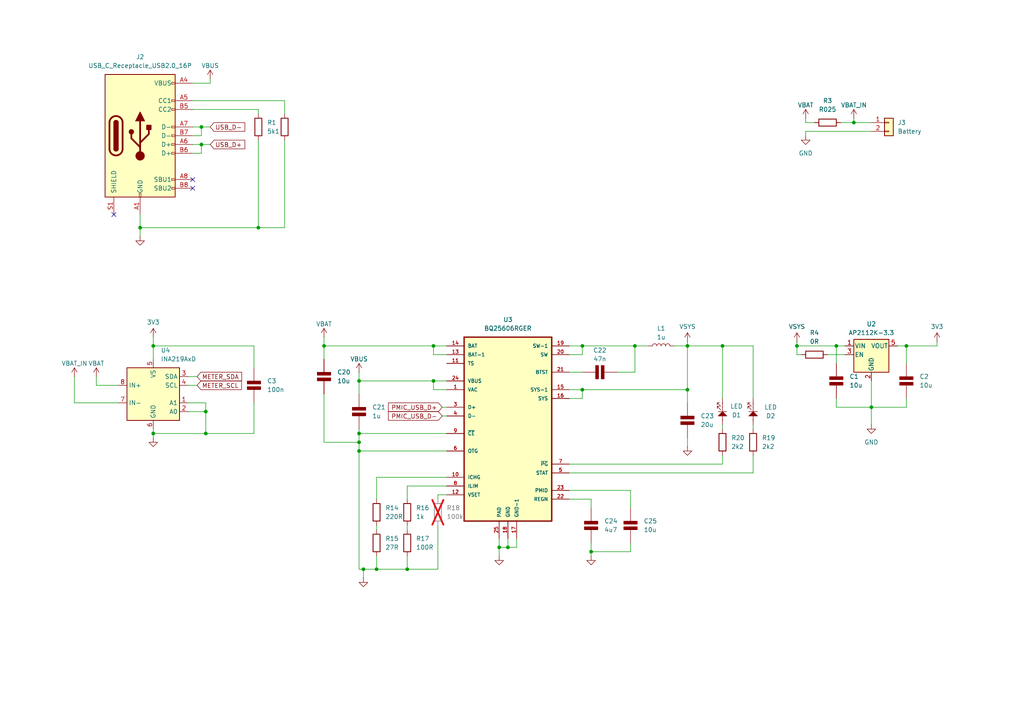
<source format=kicad_sch>
(kicad_sch (version 20231120) (generator "eeschema") (generator_version "8.0")
  (paper "A4")
  (lib_symbols
    (symbol "Connector:USB_C_Receptacle_USB2.0_16P" (pin_names (offset 1.016))
      (property "Reference" "J" (at 0 22.225 0))
      (property "Value" "USB_C_Receptacle_USB2.0_16P" (at 0 19.685 0))
      (symbol "USB_C_Receptacle_USB2.0_16P_0_0"
        (rectangle (start -0.254 -17.78) (end 0.254 -16.764))
        (rectangle (start 10.16 -14.986) (end 9.144 -15.494))
        (rectangle (start 10.16 -12.446) (end 9.144 -12.954))
        (rectangle (start 10.16 -4.826) (end 9.144 -5.334))
        (rectangle (start 10.16 -2.286) (end 9.144 -2.794))
        (rectangle (start 10.16 0.254) (end 9.144 -0.254))
        (rectangle (start 10.16 2.794) (end 9.144 2.286))
        (rectangle (start 10.16 7.874) (end 9.144 7.366))
        (rectangle (start 10.16 10.414) (end 9.144 9.906))
        (rectangle (start 10.16 15.494) (end 9.144 14.986))
      )
      (symbol "USB_C_Receptacle_USB2.0_16P_0_1"
        (rectangle (start -10.16 17.78) (end 10.16 -17.78) (stroke (width 0.254)) (fill (type background)))
        (arc (start -8.89 -3.81) (mid -6.985 -5.7067) (end -5.08 -3.81) (stroke (width 0.508)))
        (arc (start -7.62 -3.81) (mid -6.985 -4.4423) (end -6.35 -3.81) (stroke (width 0.254)))
        (arc (start -7.62 -3.81) (mid -6.985 -4.4423) (end -6.35 -3.81) (stroke (width 0.254)) (fill (type outline)))
        (rectangle (start -7.62 -3.81) (end -6.35 3.81) (stroke (width 0.254)) (fill (type outline)))
        (arc (start -6.35 3.81) (mid -6.985 4.4423) (end -7.62 3.81) (stroke (width 0.254)))
        (arc (start -6.35 3.81) (mid -6.985 4.4423) (end -7.62 3.81) (stroke (width 0.254)) (fill (type outline)))
        (arc (start -5.08 3.81) (mid -6.985 5.7067) (end -8.89 3.81) (stroke (width 0.508)))
        (circle (center -2.54 1.143) (radius 0.635) (stroke (width 0.254)) (fill (type outline)))
        (circle (center 0 -5.842) (radius 1.27) (fill (type outline)))
        (polyline (pts (xy -8.89 -3.81) (xy -8.89 3.81)) (stroke (width 0.508)))
        (polyline (pts (xy -5.08 3.81) (xy -5.08 -3.81)) (stroke (width 0.508)))
        (polyline (pts (xy 0 -5.842) (xy 0 4.318)) (stroke (width 0.508)))
        (polyline (pts (xy 0 -3.302) (xy -2.54 -0.762) (xy -2.54 0.508)) (stroke (width 0.508)))
        (polyline (pts (xy 0 -2.032) (xy 2.54 0.508) (xy 2.54 1.778)) (stroke (width 0.508)))
        (polyline (pts (xy -1.27 4.318) (xy 0 6.858) (xy 1.27 4.318) (xy -1.27 4.318)) (stroke (width 0.254)) (fill (type outline)))
        (rectangle (start 1.905 1.778) (end 3.175 3.048) (stroke (width 0.254)) (fill (type outline)))
      )
      (symbol "USB_C_Receptacle_USB2.0_16P_1_1"
        (pin passive line (at 0 -22.86 90) (length 5.08) (name "GND") (number "A1"))
        (pin passive line (at 0 -22.86 90) (length 5.08) hide (name "GND") (number "A12"))
        (pin passive line (at 15.24 15.24 180) (length 5.08) (name "VBUS") (number "A4"))
        (pin bidirectional line (at 15.24 10.16 180) (length 5.08) (name "CC1") (number "A5"))
        (pin bidirectional line (at 15.24 -2.54 180) (length 5.08) (name "D+") (number "A6"))
        (pin bidirectional line (at 15.24 2.54 180) (length 5.08) (name "D-") (number "A7"))
        (pin bidirectional line (at 15.24 -12.7 180) (length 5.08) (name "SBU1") (number "A8"))
        (pin passive line (at 15.24 15.24 180) (length 5.08) hide (name "VBUS") (number "A9"))
        (pin passive line (at 0 -22.86 90) (length 5.08) hide (name "GND") (number "B1"))
        (pin passive line (at 0 -22.86 90) (length 5.08) hide (name "GND") (number "B12"))
        (pin passive line (at 15.24 15.24 180) (length 5.08) hide (name "VBUS") (number "B4"))
        (pin bidirectional line (at 15.24 7.62 180) (length 5.08) (name "CC2") (number "B5"))
        (pin bidirectional line (at 15.24 -5.08 180) (length 5.08) (name "D+") (number "B6"))
        (pin bidirectional line (at 15.24 0 180) (length 5.08) (name "D-") (number "B7"))
        (pin bidirectional line (at 15.24 -15.24 180) (length 5.08) (name "SBU2") (number "B8"))
        (pin passive line (at 15.24 15.24 180) (length 5.08) hide (name "VBUS") (number "B9"))
        (pin passive line (at -7.62 -22.86 90) (length 5.08) (name "SHIELD") (number "S1"))
      )
    )
    (symbol "Connector_Generic:Conn_01x02" (pin_names (offset 1.016) hide)
      (property "Reference" "J" (at 0 2.54 0))
      (property "Value" "Conn_01x02" (at 0 -5.08 0))
      (symbol "Conn_01x02_1_1"
        (rectangle (start -1.27 -2.413) (end 0 -2.667) (stroke (width 0.1524)))
        (rectangle (start -1.27 0.127) (end 0 -0.127) (stroke (width 0.1524)))
        (rectangle (start -1.27 1.27) (end 1.27 -3.81) (stroke (width 0.254)) (fill (type background)))
        (pin passive line (at -5.08 0 0) (length 3.81) (name "Pin_1") (number "1"))
        (pin passive line (at -5.08 -2.54 0) (length 3.81) (name "Pin_2") (number "2"))
      )
    )
    (symbol "Device:L" (pin_numbers hide) (pin_names (offset 1.016) hide)
      (property "Reference" "L" (at -1.27 0 90))
      (property "Value" "L" (at 1.905 0 90))
      (symbol "L_0_1"
        (arc (start 0 -2.54) (mid 0.6323 -1.905) (end 0 -1.27))
        (arc (start 0 -1.27) (mid 0.6323 -0.635) (end 0 0))
        (arc (start 0 0) (mid 0.6323 0.635) (end 0 1.27))
        (arc (start 0 1.27) (mid 0.6323 1.905) (end 0 2.54))
      )
      (symbol "L_1_1"
        (pin passive line (at 0 3.81 270) (length 1.27) (name "1") (number "1"))
        (pin passive line (at 0 -3.81 90) (length 1.27) (name "2") (number "2"))
      )
    )
    (symbol "Device:R" (pin_numbers hide) (pin_names (offset 0))
      (property "Reference" "R" (at 2.032 0 90))
      (property "Value" "R" (at 0 0 90))
      (symbol "R_0_1"
        (rectangle (start -1.016 -2.54) (end 1.016 2.54) (stroke (width 0.254)))
      )
      (symbol "R_1_1"
        (pin passive line (at 0 3.81 270) (length 1.27) (name "~") (number "1"))
        (pin passive line (at 0 -3.81 90) (length 1.27) (name "~") (number "2"))
      )
    )
    (symbol "Library:BQ25606RGER" (pin_names (offset 1.016))
      (property "Reference" "U" (at -12.7 56.88 0))
      (property "Value" "BQ25606RGER" (at -12.7 -59.88 0))
      (symbol "BQ25606RGER_0_0"
        (rectangle (start -12.7 55.88) (end 12.7 2.54) (stroke (width 0.41)) (fill (type background)))
        (pin bidirectional line (at -17.78 40.64 0) (length 5.08) (name "VAC") (number "1"))
        (pin bidirectional line (at -17.78 15.24 0) (length 5.08) (name "ICHG") (number "10"))
        (pin bidirectional line (at -17.78 48.26 0) (length 5.08) (name "TS") (number "11"))
        (pin bidirectional line (at -17.78 10.16 0) (length 5.08) (name "VSET") (number "12"))
        (pin bidirectional line (at -17.78 50.8 0) (length 5.08) (name "BAT-1") (number "13"))
        (pin bidirectional line (at -17.78 53.34 0) (length 5.08) (name "BAT") (number "14"))
        (pin bidirectional line (at 17.78 40.64 180) (length 5.08) (name "SYS-1") (number "15"))
        (pin bidirectional line (at 17.78 38.1 180) (length 5.08) (name "SYS") (number "16"))
        (pin power_in line (at 2.54 -2.54 90) (length 5.08) (name "GND-1") (number "17"))
        (pin power_in line (at 0 -2.54 90) (length 5.08) (name "GND") (number "18"))
        (pin bidirectional line (at 17.78 53.34 180) (length 5.08) (name "SW-1") (number "19"))
        (pin bidirectional line (at 17.78 50.8 180) (length 5.08) (name "SW") (number "20"))
        (pin bidirectional line (at 17.78 45.72 180) (length 5.08) (name "BTST") (number "21"))
        (pin bidirectional line (at 17.78 8.89 180) (length 5.08) (name "REGN") (number "22"))
        (pin bidirectional line (at 17.78 11.43 180) (length 5.08) (name "PMID") (number "23"))
        (pin bidirectional line (at -17.78 43.18 0) (length 5.08) (name "VBUS") (number "24"))
        (pin bidirectional line (at -17.78 35.56 0) (length 5.08) (name "D+") (number "3"))
        (pin bidirectional line (at -17.78 33.02 0) (length 5.08) (name "D-") (number "4"))
        (pin bidirectional line (at 17.78 16.51 180) (length 5.08) (name "STAT") (number "5"))
        (pin bidirectional line (at -17.78 22.86 0) (length 5.08) (name "OTG") (number "6"))
        (pin bidirectional line (at 17.78 19.05 180) (length 5.08) (name "~{PG}") (number "7"))
        (pin bidirectional line (at -17.78 12.7 0) (length 5.08) (name "ILIM") (number "8"))
        (pin bidirectional line (at -17.78 27.94 0) (length 5.08) (name "~{CE}") (number "9"))
      )
      (symbol "BQ25606RGER_1_0"
        (pin power_in line (at -2.54 -2.54 90) (length 5.08) (name "PAD") (number "25"))
      )
    )
    (symbol "PCM_Elektuur:C" (pin_numbers hide) (pin_names (offset 0) hide)
      (property "Reference" "C" (at 0.635 3.175 0))
      (property "Value" "C" (at 0.635 -3.175 0))
      (symbol "C_1_1"
        (rectangle (start -1.905 -0.4318) (end 1.905 -1.1938) (stroke (width 0.254)) (fill (type outline)))
        (rectangle (start -1.905 1.1938) (end 1.905 0.4318) (stroke (width 0.254)) (fill (type outline)))
        (pin passive line (at 0 5.08 270) (length 3.8862) (name "+") (number "1"))
        (pin passive line (at 0 -5.08 90) (length 3.8862) (name "-") (number "2"))
      )
      (symbol "C_1_2"
        (polyline (pts (xy -1.905 -1.4986) (xy 1.905 -1.4986) (xy 1.905 -0.4318) (xy -1.905 -0.4318) (xy -1.905 -1.4986) (xy -1.8034 -1.397) (xy -1.8034 -0.5334) (xy 1.8034 -0.5334) (xy 1.8034 -1.397) (xy -1.8034 -1.397) (xy -1.905 -1.4986)) (stroke (width 0.254)) (fill (type outline)))
        (polyline (pts (xy -1.905 0.4318) (xy 1.905 0.4318) (xy 1.905 1.4986) (xy -1.905 1.4986) (xy -1.905 0.4318) (xy -1.8034 0.5334) (xy -1.8034 1.397) (xy 1.8034 1.397) (xy 1.8034 0.5334) (xy -1.8034 0.5334) (xy -1.905 0.4318)) (stroke (width 0.254)) (fill (type outline)))
        (pin passive line (at 0 5.08 270) (length 3.5814) (name "+") (number "1"))
        (pin passive line (at 0 -5.08 90) (length 3.5814) (name "-") (number "2"))
      )
    )
    (symbol "PCM_SL_Devices:LED"
      (property "Reference" "D" (at -0.508 5.334 0))
      (property "Value" "LED" (at -0.508 2.794 0))
      (symbol "LED_0_1"
        (polyline (pts (xy -1.27 0) (xy -2.54 0)))
        (polyline (pts (xy 0 1.27) (xy 0 -1.27)))
        (polyline (pts (xy 0.508 0.508) (xy 1.524 1.524)))
        (polyline (pts (xy 1.27 0) (xy 2.54 0)))
        (polyline (pts (xy 1.524 0.508) (xy 2.54 1.524)))
        (polyline (pts (xy 1.524 1.524) (xy 0.889 1.524)))
        (polyline (pts (xy 1.524 1.524) (xy 1.524 0.889)))
        (polyline (pts (xy 2.54 1.524) (xy 1.905 1.524)))
        (polyline (pts (xy 2.54 1.524) (xy 2.54 0.889)))
        (polyline (pts (xy 0 0) (xy -1.27 -1.27) (xy -1.27 1.27) (xy 0 0) (xy 1.27 0)) (fill (type outline)))
      )
      (symbol "LED_1_1"
        (pin passive line (at 3.81 0 180) (length 1.5) (name "~") (number "1"))
        (pin passive line (at -3.81 0 0) (length 1.5) (name "") (number "2"))
      )
    )
    (symbol "Regulator_Linear:AP2112K-3.3" (pin_names (offset 0.254))
      (property "Reference" "U" (at -5.08 5.715 0))
      (property "Value" "AP2112K-3.3" (at 0 5.715 0))
      (symbol "AP2112K-3.3_0_1"
        (rectangle (start -5.08 4.445) (end 5.08 -5.08) (stroke (width 0.254)) (fill (type background)))
      )
      (symbol "AP2112K-3.3_1_1"
        (pin power_in line (at -7.62 2.54 0) (length 2.54) (name "VIN") (number "1"))
        (pin power_in line (at 0 -7.62 90) (length 2.54) (name "GND") (number "2"))
        (pin input line (at -7.62 0 0) (length 2.54) (name "EN") (number "3"))
        (pin no_connect line (at 5.08 0 180) (length 2.54) hide (name "NC") (number "4"))
        (pin power_out line (at 7.62 2.54 180) (length 2.54) (name "VOUT") (number "5"))
      )
    )
    (symbol "Sensor_Energy:INA219AxD"
      (property "Reference" "U" (at -6.35 8.89 0))
      (property "Value" "INA219AxD" (at 5.08 8.89 0))
      (symbol "INA219AxD_0_1"
        (rectangle (start -7.62 7.62) (end 7.62 -7.62) (stroke (width 0.254)) (fill (type background)))
      )
      (symbol "INA219AxD_1_1"
        (pin input line (at 10.16 -2.54 180) (length 2.54) (name "A1") (number "1"))
        (pin input line (at 10.16 -5.08 180) (length 2.54) (name "A0") (number "2"))
        (pin bidirectional line (at 10.16 5.08 180) (length 2.54) (name "SDA") (number "3"))
        (pin input line (at 10.16 2.54 180) (length 2.54) (name "SCL") (number "4"))
        (pin power_in line (at 0 10.16 270) (length 2.54) (name "VS") (number "5"))
        (pin power_in line (at 0 -10.16 90) (length 2.54) (name "GND") (number "6"))
        (pin input line (at -10.16 -2.54 0) (length 2.54) (name "IN-") (number "7"))
        (pin input line (at -10.16 2.54 0) (length 2.54) (name "IN+") (number "8"))
      )
    )
    (symbol "power:GND" (power) (pin_numbers hide) (pin_names (offset 0) hide)
      (property "Value" "GND" (at 0 -3.81 0))
      (symbol "GND_0_1"
        (polyline (pts (xy 0 0) (xy 0 -1.27) (xy 1.27 -1.27) (xy 0 -2.54) (xy -1.27 -1.27) (xy 0 -1.27)))
      )
      (symbol "GND_1_1"
        (pin power_in line (at 0 0 270) (length 0) (name "~") (number "1"))
      )
    )
    (symbol "power:VCC" (power) (pin_numbers hide) (pin_names (offset 0) hide)
      (property "Value" "VCC" (at 0 3.556 0))
      (symbol "VCC_0_1"
        (polyline (pts (xy -0.762 1.27) (xy 0 2.54)))
        (polyline (pts (xy 0 0) (xy 0 2.54)))
        (polyline (pts (xy 0 2.54) (xy 0.762 1.27)))
      )
      (symbol "VCC_1_1"
        (pin power_in line (at 0 0 90) (length 0) (name "~") (number "1"))
      )
    )
  )
  (junction (at 147.32 158.75))
  (junction (at 199.39 113.03))
  (junction (at 242.57 100.33))
  (junction (at 168.91 113.03))
  (junction (at 104.14 125.73))
  (junction (at 184.15 100.33))
  (junction (at 59.69 119.38))
  (junction (at 104.14 130.81))
  (junction (at 40.64 66.04))
  (junction (at 74.93 66.04))
  (junction (at 104.14 128.27))
  (junction (at 125.73 100.33))
  (junction (at 44.45 125.73))
  (junction (at 58.42 41.91))
  (junction (at 199.39 100.33))
  (junction (at 209.55 100.33))
  (junction (at 252.73 118.11))
  (junction (at 171.45 160.02))
  (junction (at 104.14 110.49))
  (junction (at 125.73 110.49))
  (junction (at 231.14 100.33))
  (junction (at 44.45 100.33))
  (junction (at 118.11 165.1))
  (junction (at 105.41 165.1))
  (junction (at 59.69 125.73))
  (junction (at 58.42 36.83))
  (junction (at 168.91 100.33))
  (junction (at 144.78 158.75))
  (junction (at 262.89 100.33))
  (junction (at 93.98 100.33))
  (junction (at 247.65 35.56))
  (junction (at 109.22 165.1))
  (no_connect (at 55.88 54.61))
  (no_connect (at 33.02 62.23))
  (no_connect (at 55.88 52.07))
  (wire (pts (xy 129.54 110.49) (xy 125.73 110.49)))
  (wire (pts (xy 40.64 66.04) (xy 40.64 62.23)))
  (wire (pts (xy 168.91 113.03) (xy 199.39 113.03)))
  (wire (pts (xy 218.44 137.16) (xy 218.44 132.08)))
  (wire (pts (xy 58.42 44.45) (xy 58.42 41.91)))
  (wire (pts (xy 73.66 100.33) (xy 73.66 106.68)))
  (wire (pts (xy 171.45 157.48) (xy 171.45 160.02)))
  (wire (pts (xy 127 143.51) (xy 127 144.78)))
  (wire (pts (xy 54.61 111.76) (xy 57.15 111.76)))
  (wire (pts (xy 82.55 40.64) (xy 82.55 66.04)))
  (wire (pts (xy 93.98 97.79) (xy 93.98 100.33)))
  (wire (pts (xy 73.66 125.73) (xy 73.66 116.84)))
  (wire (pts (xy 55.88 36.83) (xy 58.42 36.83)))
  (wire (pts (xy 147.32 158.75) (xy 147.32 156.21)))
  (wire (pts (xy 247.65 34.29) (xy 247.65 35.56)))
  (wire (pts (xy 129.54 138.43) (xy 109.22 138.43)))
  (wire (pts (xy 118.11 152.4) (xy 118.11 153.67)))
  (wire (pts (xy 128.27 118.11) (xy 129.54 118.11)))
  (wire (pts (xy 252.73 118.11) (xy 262.89 118.11)))
  (wire (pts (xy 165.1 134.62) (xy 209.55 134.62)))
  (wire (pts (xy 184.15 107.95) (xy 184.15 100.33)))
  (wire (pts (xy 262.89 100.33) (xy 262.89 105.41)))
  (wire (pts (xy 144.78 156.21) (xy 144.78 158.75)))
  (wire (pts (xy 144.78 158.75) (xy 144.78 161.29)))
  (wire (pts (xy 231.14 102.87) (xy 232.41 102.87)))
  (wire (pts (xy 93.98 100.33) (xy 125.73 100.33)))
  (wire (pts (xy 104.14 165.1) (xy 105.41 165.1)))
  (wire (pts (xy 40.64 66.04) (xy 40.64 68.58)))
  (wire (pts (xy 242.57 100.33) (xy 245.11 100.33)))
  (wire (pts (xy 109.22 165.1) (xy 118.11 165.1)))
  (wire (pts (xy 109.22 161.29) (xy 109.22 165.1)))
  (wire (pts (xy 105.41 165.1) (xy 105.41 167.64)))
  (wire (pts (xy 233.68 39.37) (xy 233.68 38.1)))
  (wire (pts (xy 55.88 31.75) (xy 74.93 31.75)))
  (wire (pts (xy 60.96 24.13) (xy 55.88 24.13)))
  (wire (pts (xy 165.1 102.87) (xy 168.91 102.87)))
  (wire (pts (xy 147.32 158.75) (xy 149.86 158.75)))
  (wire (pts (xy 44.45 125.73) (xy 59.69 125.73)))
  (wire (pts (xy 209.55 134.62) (xy 209.55 132.08)))
  (wire (pts (xy 55.88 41.91) (xy 58.42 41.91)))
  (wire (pts (xy 74.93 40.64) (xy 74.93 66.04)))
  (wire (pts (xy 165.1 142.24) (xy 182.88 142.24)))
  (wire (pts (xy 109.22 138.43) (xy 109.22 144.78)))
  (wire (pts (xy 182.88 142.24) (xy 182.88 147.32)))
  (wire (pts (xy 129.54 143.51) (xy 127 143.51)))
  (wire (pts (xy 125.73 100.33) (xy 129.54 100.33)))
  (wire (pts (xy 165.1 115.57) (xy 168.91 115.57)))
  (wire (pts (xy 252.73 110.49) (xy 252.73 118.11)))
  (wire (pts (xy 168.91 100.33) (xy 184.15 100.33)))
  (wire (pts (xy 233.68 38.1) (xy 252.73 38.1)))
  (wire (pts (xy 104.14 110.49) (xy 125.73 110.49)))
  (wire (pts (xy 262.89 118.11) (xy 262.89 115.57)))
  (wire (pts (xy 179.07 107.95) (xy 184.15 107.95)))
  (wire (pts (xy 44.45 100.33) (xy 44.45 104.14)))
  (wire (pts (xy 109.22 152.4) (xy 109.22 153.67)))
  (wire (pts (xy 243.84 35.56) (xy 247.65 35.56)))
  (wire (pts (xy 59.69 119.38) (xy 54.61 119.38)))
  (wire (pts (xy 171.45 147.32) (xy 171.45 144.78)))
  (wire (pts (xy 128.27 120.65) (xy 129.54 120.65)))
  (wire (pts (xy 209.55 123.19) (xy 209.55 124.46)))
  (wire (pts (xy 271.78 99.06) (xy 271.78 100.33)))
  (wire (pts (xy 104.14 110.49) (xy 104.14 114.3)))
  (wire (pts (xy 104.14 128.27) (xy 104.14 130.81)))
  (wire (pts (xy 27.94 111.76) (xy 34.29 111.76)))
  (wire (pts (xy 165.1 113.03) (xy 168.91 113.03)))
  (wire (pts (xy 184.15 100.33) (xy 187.96 100.33)))
  (wire (pts (xy 54.61 109.22) (xy 57.15 109.22)))
  (wire (pts (xy 118.11 144.78) (xy 118.11 140.97)))
  (wire (pts (xy 171.45 160.02) (xy 171.45 161.29)))
  (wire (pts (xy 27.94 109.22) (xy 27.94 111.76)))
  (wire (pts (xy 104.14 130.81) (xy 104.14 165.1)))
  (wire (pts (xy 125.73 113.03) (xy 125.73 110.49)))
  (wire (pts (xy 21.59 116.84) (xy 21.59 109.22)))
  (wire (pts (xy 199.39 100.33) (xy 209.55 100.33)))
  (wire (pts (xy 44.45 100.33) (xy 73.66 100.33)))
  (wire (pts (xy 199.39 113.03) (xy 199.39 116.84)))
  (wire (pts (xy 199.39 113.03) (xy 199.39 100.33)))
  (wire (pts (xy 129.54 102.87) (xy 125.73 102.87)))
  (wire (pts (xy 271.78 100.33) (xy 262.89 100.33)))
  (wire (pts (xy 168.91 115.57) (xy 168.91 113.03)))
  (wire (pts (xy 40.64 66.04) (xy 74.93 66.04)))
  (wire (pts (xy 93.98 100.33) (xy 93.98 104.14)))
  (wire (pts (xy 104.14 130.81) (xy 129.54 130.81)))
  (wire (pts (xy 93.98 114.3) (xy 93.98 128.27)))
  (wire (pts (xy 144.78 158.75) (xy 147.32 158.75)))
  (wire (pts (xy 165.1 100.33) (xy 168.91 100.33)))
  (wire (pts (xy 58.42 36.83) (xy 58.42 39.37)))
  (wire (pts (xy 233.68 34.29) (xy 233.68 35.56)))
  (wire (pts (xy 209.55 100.33) (xy 209.55 115.57)))
  (wire (pts (xy 195.58 100.33) (xy 199.39 100.33)))
  (wire (pts (xy 55.88 29.21) (xy 82.55 29.21)))
  (wire (pts (xy 44.45 125.73) (xy 44.45 127)))
  (wire (pts (xy 129.54 113.03) (xy 125.73 113.03)))
  (wire (pts (xy 171.45 144.78) (xy 165.1 144.78)))
  (wire (pts (xy 59.69 125.73) (xy 59.69 119.38)))
  (wire (pts (xy 171.45 160.02) (xy 182.88 160.02)))
  (wire (pts (xy 82.55 29.21) (xy 82.55 33.02)))
  (wire (pts (xy 127 152.4) (xy 127 165.1)))
  (wire (pts (xy 231.14 100.33) (xy 242.57 100.33)))
  (wire (pts (xy 34.29 116.84) (xy 21.59 116.84)))
  (wire (pts (xy 44.45 124.46) (xy 44.45 125.73)))
  (wire (pts (xy 58.42 36.83) (xy 60.96 36.83)))
  (wire (pts (xy 218.44 100.33) (xy 218.44 115.57)))
  (wire (pts (xy 231.14 100.33) (xy 231.14 102.87)))
  (wire (pts (xy 252.73 118.11) (xy 252.73 123.19)))
  (wire (pts (xy 104.14 125.73) (xy 129.54 125.73)))
  (wire (pts (xy 58.42 41.91) (xy 60.96 41.91)))
  (wire (pts (xy 60.96 22.86) (xy 60.96 24.13)))
  (wire (pts (xy 118.11 165.1) (xy 118.11 161.29)))
  (wire (pts (xy 240.03 102.87) (xy 245.11 102.87)))
  (wire (pts (xy 209.55 100.33) (xy 218.44 100.33)))
  (wire (pts (xy 182.88 160.02) (xy 182.88 157.48)))
  (wire (pts (xy 55.88 44.45) (xy 58.42 44.45)))
  (wire (pts (xy 93.98 128.27) (xy 104.14 128.27)))
  (wire (pts (xy 127 165.1) (xy 118.11 165.1)))
  (wire (pts (xy 247.65 35.56) (xy 252.73 35.56)))
  (wire (pts (xy 168.91 102.87) (xy 168.91 100.33)))
  (wire (pts (xy 199.39 127) (xy 199.39 129.54)))
  (wire (pts (xy 260.35 100.33) (xy 262.89 100.33)))
  (wire (pts (xy 74.93 66.04) (xy 82.55 66.04)))
  (wire (pts (xy 104.14 128.27) (xy 104.14 125.73)))
  (wire (pts (xy 58.42 39.37) (xy 55.88 39.37)))
  (wire (pts (xy 54.61 116.84) (xy 59.69 116.84)))
  (wire (pts (xy 218.44 123.19) (xy 218.44 124.46)))
  (wire (pts (xy 104.14 107.95) (xy 104.14 110.49)))
  (wire (pts (xy 233.68 35.56) (xy 236.22 35.56)))
  (wire (pts (xy 59.69 125.73) (xy 73.66 125.73)))
  (wire (pts (xy 149.86 158.75) (xy 149.86 156.21)))
  (wire (pts (xy 199.39 99.06) (xy 199.39 100.33)))
  (wire (pts (xy 74.93 31.75) (xy 74.93 33.02)))
  (wire (pts (xy 59.69 116.84) (xy 59.69 119.38)))
  (wire (pts (xy 231.14 99.06) (xy 231.14 100.33)))
  (wire (pts (xy 242.57 118.11) (xy 252.73 118.11)))
  (wire (pts (xy 118.11 140.97) (xy 129.54 140.97)))
  (wire (pts (xy 105.41 165.1) (xy 109.22 165.1)))
  (wire (pts (xy 104.14 124.46) (xy 104.14 125.73)))
  (wire (pts (xy 242.57 100.33) (xy 242.57 105.41)))
  (wire (pts (xy 165.1 137.16) (xy 218.44 137.16)))
  (wire (pts (xy 242.57 115.57) (xy 242.57 118.11)))
  (wire (pts (xy 125.73 102.87) (xy 125.73 100.33)))
  (wire (pts (xy 44.45 97.79) (xy 44.45 100.33)))
  (wire (pts (xy 165.1 107.95) (xy 168.91 107.95)))
  (global_label "METER_SCL" (shape input) (at 57.15 111.76 0) (property "Intersheetrefs" "${INTERSHEET_REFS}" (effects (hide yes))))
  (global_label "PMIC_USB_D+" (shape input) (at 128.27 118.11 180) (property "Intersheetrefs" "${INTERSHEET_REFS}" (effects (hide yes))))
  (global_label "PMIC_USB_D-" (shape input) (at 128.27 120.65 180) (property "Intersheetrefs" "${INTERSHEET_REFS}" (effects (hide yes))))
  (global_label "USB_D+" (shape input) (at 60.96 41.91 0) (property "Intersheetrefs" "${INTERSHEET_REFS}" (effects (hide yes))))
  (global_label "METER_SDA" (shape input) (at 57.15 109.22 0) (property "Intersheetrefs" "${INTERSHEET_REFS}" (effects (hide yes))))
  (global_label "USB_D-" (shape input) (at 60.96 36.83 0) (property "Intersheetrefs" "${INTERSHEET_REFS}" (effects (hide yes))))
  (symbol (lib_id "PCM_SL_Devices:LED") (at 209.55 119.38 90) (unit 1)
    (property "Reference" "D1" (at 213.614 120.396 90))
    (property "Value" "LED" (at 213.614 117.856 90))
    (property "Footprint" "LED_SMD:LED_0603_1608Metric" (effects (hide yes)))
    (property "Description" "Common 5mm diameter LED" (effects (hide yes)))
  )
  (symbol (lib_id "power:GND") (at 44.45 127 0) (unit 1)
    (property "Reference" "#PWR013" (effects (hide yes)))
    (property "Value" "GND" (effects (hide yes)))
    (property "Description" "Power symbol creates a global label with name \"GND\" , ground" (effects (hide yes)))
  )
  (symbol (lib_id "power:GND") (at 199.39 129.54 0) (unit 1)
    (property "Reference" "#PWR037" (effects (hide yes)))
    (property "Value" "GND" (effects (hide yes)))
    (property "Description" "Power symbol creates a global label with name \"GND\" , ground" (effects (hide yes)))
  )
  (symbol (lib_id "power:GND") (at 105.41 167.64 0) (unit 1)
    (property "Reference" "#PWR039" (effects (hide yes)))
    (property "Value" "GND" (effects (hide yes)))
    (property "Description" "Power symbol creates a global label with name \"GND\" , ground" (effects (hide yes)))
  )
  (symbol (lib_id "PCM_Elektuur:C") (at 262.89 110.49 0) (unit 1)
    (property "Reference" "C2" (at 266.7 109.2199 0) (effects (justify left)))
    (property "Value" "10u" (at 266.7 111.7599 0) (effects (justify left)))
    (property "Footprint" "Capacitor_SMD:C_1206_3216Metric" (effects (hide yes)))
    (property "Description" "capacitor, non-polarized/bipolar" (effects (hide yes)))
    (property "Indicator" "+" (effects (hide yes)))
    (property "Rating" "V" (effects (hide yes)))
  )
  (symbol (lib_id "power:VCC") (at 27.94 109.22 0) (unit 1)
    (property "Reference" "#PWR08" (effects (hide yes)))
    (property "Value" "VBAT" (at 27.94 105.41 0))
    (property "Description" "Power symbol creates a global label with name \"VCC\"" (effects (hide yes)))
  )
  (symbol (lib_id "Regulator_Linear:AP2112K-3.3") (at 252.73 102.87 0) (unit 1)
    (property "Reference" "U2" (at 252.73 93.98 0))
    (property "Value" "AP2112K-3.3" (at 252.73 96.52 0))
    (property "Footprint" "Package_TO_SOT_SMD:SOT-23-5" (effects (hide yes)))
    (property "Datasheet" "https://www.diodes.com/assets/Datasheets/AP2112.pdf" (effects (hide yes)))
    (property "Description" "600mA low dropout linear regulator, with enable pin, 3.8V-6V input voltage range, 3.3V fixed positive output, SOT-23-5" (effects (hide yes)))
  )
  (symbol (lib_id "power:GND") (at 40.64 68.58 0) (unit 1)
    (property "Reference" "#PWR04" (effects (hide yes)))
    (property "Value" "GND" (effects (hide yes)))
    (property "Description" "Power symbol creates a global label with name \"GND\" , ground" (effects (hide yes)))
  )
  (symbol (lib_id "power:GND") (at 144.78 161.29 0) (unit 1)
    (property "Reference" "#PWR03" (effects (hide yes)))
    (property "Value" "GND" (effects (hide yes)))
    (property "Description" "Power symbol creates a global label with name \"GND\" , ground" (effects (hide yes)))
  )
  (symbol (lib_id "power:VCC") (at 231.14 99.06 0) (unit 1)
    (property "Reference" "#PWR010" (effects (hide yes)))
    (property "Value" "VSYS" (at 231.14 94.742 0))
    (property "Description" "Power symbol creates a global label with name \"VCC\"" (effects (hide yes)))
  )
  (symbol (lib_id "PCM_Elektuur:C") (at 199.39 121.92 180) (unit 1)
    (property "Reference" "C23" (at 203.2 120.6499 0) (effects (justify right)))
    (property "Value" "20u" (at 203.2 123.1899 0) (effects (justify right)))
    (property "Footprint" "Capacitor_SMD:C_1206_3216Metric" (effects (hide yes)))
    (property "Description" "capacitor, non-polarized/bipolar" (effects (hide yes)))
    (property "Indicator" "+" (effects (hide yes)))
    (property "Rating" "V" (effects (hide yes)))
  )
  (symbol (lib_id "Device:R") (at 109.22 157.48 0) (unit 1)
    (property "Reference" "R15" (at 111.76 156.2099 0) (effects (justify left)))
    (property "Value" "27R" (at 111.76 158.7499 0) (effects (justify left)))
    (property "Footprint" "Resistor_SMD:R_0603_1608Metric" (effects (hide yes)))
    (property "Description" "Resistor" (effects (hide yes)))
  )
  (symbol (lib_id "power:VCC") (at 104.14 107.95 0) (unit 1)
    (property "Reference" "#PWR02" (effects (hide yes)))
    (property "Value" "VBUS" (at 104.14 104.14 0))
    (property "Description" "Power symbol creates a global label with name \"VCC\"" (effects (hide yes)))
  )
  (symbol (lib_id "Device:R") (at 127 148.59 0) (unit 1) (dnp yes)
    (property "Reference" "R18" (at 129.54 147.3199 0) (effects (justify left)))
    (property "Value" "100k" (at 129.54 149.8599 0) (effects (justify left)))
    (property "Footprint" "Resistor_SMD:R_0603_1608Metric" (effects (hide yes)))
    (property "Description" "Resistor" (effects (hide yes)))
  )
  (symbol (lib_id "Device:R") (at 209.55 128.27 180) (unit 1)
    (property "Reference" "R20" (at 212.09 126.9999 0) (effects (justify right)))
    (property "Value" "2k2" (at 212.09 129.5399 0) (effects (justify right)))
    (property "Footprint" "Resistor_SMD:R_0603_1608Metric" (effects (hide yes)))
    (property "Description" "Resistor" (effects (hide yes)))
  )
  (symbol (lib_id "Device:R") (at 236.22 102.87 90) (unit 1)
    (property "Reference" "R4" (at 236.22 96.52 90))
    (property "Value" "0R" (at 236.22 99.06 90))
    (property "Footprint" "Resistor_SMD:R_0603_1608Metric" (effects (hide yes)))
    (property "Description" "Resistor" (effects (hide yes)))
  )
  (symbol (lib_id "Connector:USB_C_Receptacle_USB2.0_16P") (at 40.64 39.37 0) (unit 1)
    (property "Reference" "J2" (at 40.64 16.51 0))
    (property "Value" "USB_C_Receptacle_USB2.0_16P" (at 40.64 19.05 0))
    (property "Footprint" "Connector_USB:USB_C_Receptacle_HRO_TYPE-C-31-M-12" (effects (hide yes)))
    (property "Datasheet" "https://www.usb.org/sites/default/files/documents/usb_type-c.zip" (effects (hide yes)))
    (property "Description" "USB 2.0-only 16P Type-C Receptacle connector" (effects (hide yes)))
  )
  (symbol (lib_id "PCM_SL_Devices:LED") (at 218.44 119.38 90) (unit 1)
    (property "Reference" "D2" (at 223.52 120.65 90))
    (property "Value" "LED" (at 223.52 118.11 90))
    (property "Footprint" "LED_SMD:LED_0603_1608Metric" (effects (hide yes)))
    (property "Description" "Common 5mm diameter LED" (effects (hide yes)))
  )
  (symbol (lib_id "Device:R") (at 118.11 148.59 0) (unit 1)
    (property "Reference" "R16" (at 120.65 147.3199 0) (effects (justify left)))
    (property "Value" "1k" (at 120.65 149.8599 0) (effects (justify left)))
    (property "Footprint" "Resistor_SMD:R_0603_1608Metric" (effects (hide yes)))
    (property "Description" "Resistor" (effects (hide yes)))
  )
  (symbol (lib_id "Device:R") (at 218.44 128.27 0) (unit 1)
    (property "Reference" "R19" (at 220.98 126.9999 0) (effects (justify left)))
    (property "Value" "2k2" (at 220.98 129.5399 0) (effects (justify left)))
    (property "Footprint" "Resistor_SMD:R_0603_1608Metric" (effects (hide yes)))
    (property "Description" "Resistor" (effects (hide yes)))
  )
  (symbol (lib_id "Connector_Generic:Conn_01x02") (at 257.81 35.56 0) (unit 1)
    (property "Reference" "J3" (at 260.35 35.5599 0) (effects (justify left)))
    (property "Value" "Battery" (at 260.35 38.0999 0) (effects (justify left)))
    (property "Footprint" "Connector_JST:JST_PH_S2B-PH-SM4-TB_1x02-1MP_P2.00mm_Horizontal" (effects (hide yes)))
    (property "Description" "Generic connector, single row, 01x02, script generated (kicad-library-utils/schlib/autogen/connector/)" (effects (hide yes)))
  )
  (symbol (lib_id "power:VCC") (at 44.45 97.79 0) (unit 1)
    (property "Reference" "#PWR09" (effects (hide yes)))
    (property "Value" "3V3" (at 44.45 93.472 0))
    (property "Description" "Power symbol creates a global label with name \"VCC\"" (effects (hide yes)))
  )
  (symbol (lib_id "power:VCC") (at 199.39 99.06 0) (unit 1)
    (property "Reference" "#PWR06" (effects (hide yes)))
    (property "Value" "VSYS" (at 199.39 94.742 0))
    (property "Description" "Power symbol creates a global label with name \"VCC\"" (effects (hide yes)))
  )
  (symbol (lib_id "PCM_Elektuur:C") (at 93.98 109.22 0) (unit 1)
    (property "Reference" "C20" (at 97.79 107.9499 0) (effects (justify left)))
    (property "Value" "10u" (at 97.79 110.4899 0) (effects (justify left)))
    (property "Footprint" "Capacitor_SMD:C_1206_3216Metric" (effects (hide yes)))
    (property "Description" "capacitor, non-polarized/bipolar" (effects (hide yes)))
    (property "Indicator" "+" (effects (hide yes)))
    (property "Rating" "V" (effects (hide yes)))
  )
  (symbol (lib_id "power:VCC") (at 21.59 109.22 0) (unit 1)
    (property "Reference" "#PWR07" (effects (hide yes)))
    (property "Value" "VBAT_IN" (at 21.59 105.41 0))
    (property "Description" "Power symbol creates a global label with name \"VCC\"" (effects (hide yes)))
  )
  (symbol (lib_id "Sensor_Energy:INA219AxD") (at 44.45 114.3 0) (unit 1)
    (property "Reference" "U4" (at 46.6441 101.6 0) (effects (justify left)))
    (property "Value" "INA219AxD" (at 46.6441 104.14 0) (effects (justify left)))
    (property "Footprint" "Package_SO:SOIC-8_3.9x4.9mm_P1.27mm" (effects (hide yes)))
    (property "Datasheet" "http://www.ti.com/lit/ds/symlink/ina219.pdf" (effects (hide yes)))
    (property "Description" "Zero-Drift, Bidirectional Current/Power Monitor (0-26V) With I2C Interface, SOIC-8" (effects (hide yes)))
  )
  (symbol (lib_id "power:VCC") (at 60.96 22.86 0) (unit 1)
    (property "Reference" "#PWR05" (effects (hide yes)))
    (property "Value" "VBUS" (at 60.96 19.05 0))
    (property "Description" "Power symbol creates a global label with name \"VCC\"" (effects (hide yes)))
  )
  (symbol (lib_id "power:VCC") (at 247.65 34.29 0) (unit 1)
    (property "Reference" "#PWR016" (effects (hide yes)))
    (property "Value" "VBAT_IN" (at 247.65 30.48 0))
    (property "Description" "Power symbol creates a global label with name \"VCC\"" (effects (hide yes)))
  )
  (symbol (lib_id "Library:BQ25606RGER") (at 147.32 153.67 0) (unit 1)
    (property "Reference" "U3" (at 147.32 92.71 0))
    (property "Value" "BQ25606RGER" (at 147.32 95.25 0))
    (property "Footprint" "Library:QFN50P400X400X100-25N" (effects (hide yes)))
    (property "MF" "Texas Instruments" (effects (hide yes)))
    (property "Description_1" "\n                        \n                            Stand Alone 1cell 3A Fast charger with High input voltage and Power Path\n                        \n" (effects (hide yes)))
    (property "Package" "VQFN-24 Texas Instruments" (effects (hide yes)))
    (property "Price" "None" (effects (hide yes)))
    (property "SnapEDA_Link" "https://www.snapeda.com/parts/BQ25606RGER/Texas+Instruments/view-part/?ref=snap" (effects (hide yes)))
    (property "MP" "BQ25606RGER" (effects (hide yes)))
    (property "Availability" "In Stock" (effects (hide yes)))
    (property "Check_prices" "https://www.snapeda.com/parts/BQ25606RGER/Texas+Instruments/view-part/?ref=eda" (effects (hide yes)))
  )
  (symbol (lib_id "Device:L") (at 191.77 100.33 90) (unit 1)
    (property "Reference" "L1" (at 191.77 95.25 90))
    (property "Value" "1u" (at 191.77 97.79 90))
    (property "Footprint" "Library:IND_CSAB0420-2R2M" (effects (hide yes)))
    (property "Description" "Inductor" (effects (hide yes)))
  )
  (symbol (lib_id "PCM_Elektuur:C") (at 104.14 119.38 0) (unit 1)
    (property "Reference" "C21" (at 107.95 118.1099 0) (effects (justify left)))
    (property "Value" "1u" (at 107.95 120.6499 0) (effects (justify left)))
    (property "Footprint" "Capacitor_SMD:C_1206_3216Metric" (effects (hide yes)))
    (property "Description" "capacitor, non-polarized/bipolar" (effects (hide yes)))
    (property "Indicator" "+" (effects (hide yes)))
    (property "Rating" "V" (effects (hide yes)))
  )
  (symbol (lib_id "power:GND") (at 233.68 39.37 0) (unit 1)
    (property "Reference" "#PWR015" (effects (hide yes)))
    (property "Value" "GND" (at 233.68 44.45 0))
    (property "Description" "Power symbol creates a global label with name \"GND\" , ground" (effects (hide yes)))
  )
  (symbol (lib_id "Device:R") (at 118.11 157.48 0) (unit 1)
    (property "Reference" "R17" (at 120.65 156.2099 0) (effects (justify left)))
    (property "Value" "100R" (at 120.65 158.7499 0) (effects (justify left)))
    (property "Footprint" "Resistor_SMD:R_0603_1608Metric" (effects (hide yes)))
    (property "Description" "Resistor" (effects (hide yes)))
  )
  (symbol (lib_id "power:GND") (at 252.73 123.19 0) (unit 1)
    (property "Reference" "#PWR011" (effects (hide yes)))
    (property "Value" "GND" (at 252.73 128.27 0))
    (property "Description" "Power symbol creates a global label with name \"GND\" , ground" (effects (hide yes)))
  )
  (symbol (lib_id "power:VCC") (at 233.68 34.29 0) (unit 1)
    (property "Reference" "#PWR014" (effects (hide yes)))
    (property "Value" "VBAT" (at 233.68 30.48 0))
    (property "Description" "Power symbol creates a global label with name \"VCC\"" (effects (hide yes)))
  )
  (symbol (lib_id "PCM_Elektuur:C") (at 242.57 110.49 0) (unit 1)
    (property "Reference" "C1" (at 246.38 109.2199 0) (effects (justify left)))
    (property "Value" "10u" (at 246.38 111.7599 0) (effects (justify left)))
    (property "Footprint" "Capacitor_SMD:C_1206_3216Metric" (effects (hide yes)))
    (property "Description" "capacitor, non-polarized/bipolar" (effects (hide yes)))
    (property "Indicator" "+" (effects (hide yes)))
    (property "Rating" "V" (effects (hide yes)))
  )
  (symbol (lib_id "PCM_Elektuur:C") (at 182.88 152.4 180) (unit 1)
    (property "Reference" "C25" (at 186.69 151.1299 0) (effects (justify right)))
    (property "Value" "10u" (at 186.69 153.6699 0) (effects (justify right)))
    (property "Footprint" "Capacitor_SMD:C_1206_3216Metric" (effects (hide yes)))
    (property "Description" "capacitor, non-polarized/bipolar" (effects (hide yes)))
    (property "Indicator" "+" (effects (hide yes)))
    (property "Rating" "V" (effects (hide yes)))
  )
  (symbol (lib_id "Device:R") (at 109.22 148.59 0) (unit 1)
    (property "Reference" "R14" (at 111.76 147.3199 0) (effects (justify left)))
    (property "Value" "220R" (at 111.76 149.8599 0) (effects (justify left)))
    (property "Footprint" "Resistor_SMD:R_0603_1608Metric" (effects (hide yes)))
    (property "Description" "Resistor" (effects (hide yes)))
  )
  (symbol (lib_id "Device:R") (at 74.93 36.83 0) (unit 1)
    (property "Reference" "R1" (at 77.47 35.5599 0) (effects (justify left)))
    (property "Value" "5k1" (at 77.47 38.0999 0) (effects (justify left)))
    (property "Footprint" "Resistor_SMD:R_0603_1608Metric" (effects (hide yes)))
    (property "Description" "Resistor" (effects (hide yes)))
  )
  (symbol (lib_id "Device:R") (at 240.03 35.56 90) (unit 1)
    (property "Reference" "R3" (at 240.03 29.21 90))
    (property "Value" "R025" (at 240.03 31.75 90))
    (property "Footprint" "Resistor_SMD:R_2512_6332Metric" (effects (hide yes)))
    (property "Description" "Resistor" (effects (hide yes)))
  )
  (symbol (lib_id "power:VCC") (at 271.78 99.06 0) (unit 1)
    (property "Reference" "#PWR012" (effects (hide yes)))
    (property "Value" "3V3" (at 271.78 94.742 0))
    (property "Description" "Power symbol creates a global label with name \"VCC\"" (effects (hide yes)))
  )
  (symbol (lib_id "PCM_Elektuur:C") (at 73.66 111.76 0) (unit 1)
    (property "Reference" "C3" (at 77.47 110.4899 0) (effects (justify left)))
    (property "Value" "100n" (at 77.47 113.0299 0) (effects (justify left)))
    (property "Footprint" "Capacitor_SMD:C_0603_1608Metric" (effects (hide yes)))
    (property "Description" "capacitor, non-polarized/bipolar" (effects (hide yes)))
    (property "Indicator" "+" (effects (hide yes)))
    (property "Rating" "V" (effects (hide yes)))
  )
  (symbol (lib_id "power:VCC") (at 93.98 97.79 0) (unit 1)
    (property "Reference" "#PWR01" (effects (hide yes)))
    (property "Value" "VBAT" (at 93.98 93.98 0))
    (property "Description" "Power symbol creates a global label with name \"VCC\"" (effects (hide yes)))
  )
  (symbol (lib_id "PCM_Elektuur:C") (at 171.45 152.4 180) (unit 1)
    (property "Reference" "C24" (at 175.26 151.1299 0) (effects (justify right)))
    (property "Value" "4u7" (at 175.26 153.6699 0) (effects (justify right)))
    (property "Footprint" "Capacitor_SMD:C_1206_3216Metric" (effects (hide yes)))
    (property "Description" "capacitor, non-polarized/bipolar" (effects (hide yes)))
    (property "Indicator" "+" (effects (hide yes)))
    (property "Rating" "V" (effects (hide yes)))
  )
  (symbol (lib_id "PCM_Elektuur:C") (at 173.99 107.95 90) (unit 1)
    (property "Reference" "C22" (at 173.99 101.6 90))
    (property "Value" "47n" (at 173.99 104.14 90))
    (property "Footprint" "Capacitor_SMD:C_0603_1608Metric" (effects (hide yes)))
    (property "Description" "capacitor, non-polarized/bipolar" (effects (hide yes)))
    (property "Indicator" "+" (effects (hide yes)))
    (property "Rating" "V" (effects (hide yes)))
  )
  (symbol (lib_id "Device:R") (at 82.55 36.83 0) (unit 1)
    (property "Reference" "R2" (effects (hide yes)))
    (property "Value" "5k1" (effects (hide yes)))
    (property "Footprint" "Resistor_SMD:R_0603_1608Metric" (effects (hide yes)))
    (property "Description" "Resistor" (effects (hide yes)))
  )
  (symbol (lib_id "power:GND") (at 171.45 161.29 0) (unit 1)
    (property "Reference" "#PWR038" (effects (hide yes)))
    (property "Value" "GND" (effects (hide yes)))
    (property "Description" "Power symbol creates a global label with name \"GND\" , ground" (effects (hide yes)))
  )
)
</source>
